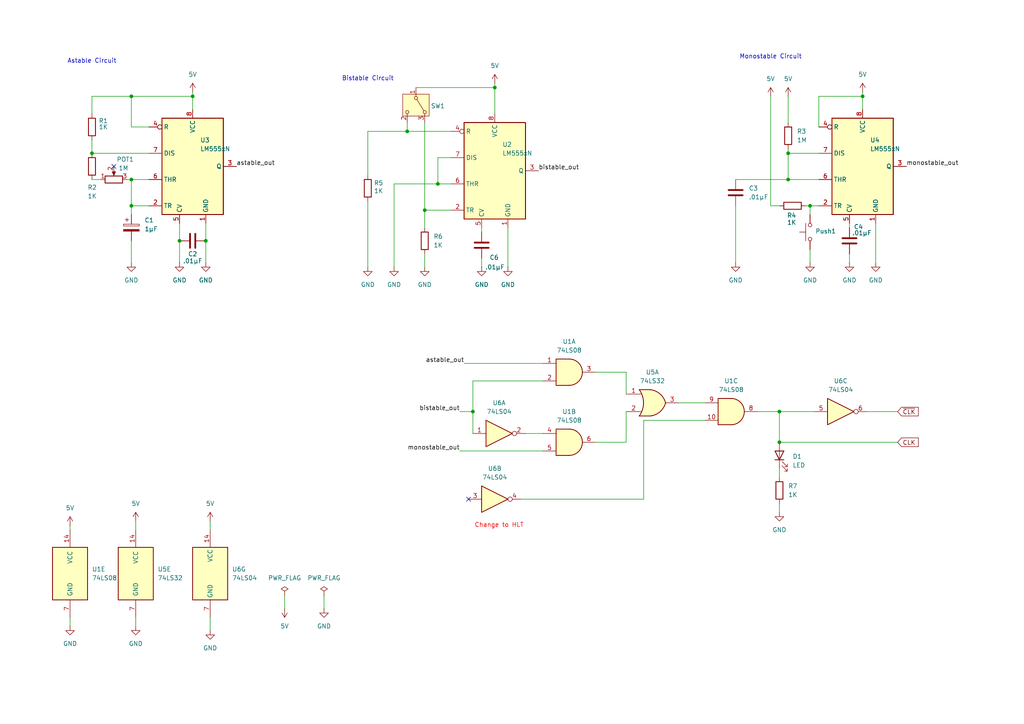
<source format=kicad_sch>
(kicad_sch (version 20231120) (generator "eeschema") (generator_version "8.0")
  (paper "A4")
  (lib_symbols
    (symbol "74xx:74LS04"
      (property "Reference" "U" (at 0 1.27 0))
      (property "Value" "74LS04" (at 0 -1.27 0))
      (symbol "74LS04_1_0"
        (polyline (pts (xy -3.81 3.81) (xy -3.81 -3.81) (xy 3.81 0) (xy -3.81 3.81)) (stroke (width 0.254)) (fill (type background)))
        (pin input line (at -7.62 0 0) (length 3.81) (name "~") (number "1"))
        (pin output inverted (at 7.62 0 180) (length 3.81) (name "~") (number "2"))
      )
      (symbol "74LS04_2_0"
        (polyline (pts (xy -3.81 3.81) (xy -3.81 -3.81) (xy 3.81 0) (xy -3.81 3.81)) (stroke (width 0.254)) (fill (type background)))
        (pin input line (at -7.62 0 0) (length 3.81) (name "~") (number "3"))
        (pin output inverted (at 7.62 0 180) (length 3.81) (name "~") (number "4"))
      )
      (symbol "74LS04_3_0"
        (polyline (pts (xy -3.81 3.81) (xy -3.81 -3.81) (xy 3.81 0) (xy -3.81 3.81)) (stroke (width 0.254)) (fill (type background)))
        (pin input line (at -7.62 0 0) (length 3.81) (name "~") (number "5"))
        (pin output inverted (at 7.62 0 180) (length 3.81) (name "~") (number "6"))
      )
      (symbol "74LS04_4_0"
        (polyline (pts (xy -3.81 3.81) (xy -3.81 -3.81) (xy 3.81 0) (xy -3.81 3.81)) (stroke (width 0.254)) (fill (type background)))
        (pin output inverted (at 7.62 0 180) (length 3.81) (name "~") (number "8"))
        (pin input line (at -7.62 0 0) (length 3.81) (name "~") (number "9"))
      )
      (symbol "74LS04_5_0"
        (polyline (pts (xy -3.81 3.81) (xy -3.81 -3.81) (xy 3.81 0) (xy -3.81 3.81)) (stroke (width 0.254)) (fill (type background)))
        (pin output inverted (at 7.62 0 180) (length 3.81) (name "~") (number "10"))
        (pin input line (at -7.62 0 0) (length 3.81) (name "~") (number "11"))
      )
      (symbol "74LS04_6_0"
        (polyline (pts (xy -3.81 3.81) (xy -3.81 -3.81) (xy 3.81 0) (xy -3.81 3.81)) (stroke (width 0.254)) (fill (type background)))
        (pin output inverted (at 7.62 0 180) (length 3.81) (name "~") (number "12"))
        (pin input line (at -7.62 0 0) (length 3.81) (name "~") (number "13"))
      )
      (symbol "74LS04_7_0"
        (pin power_in line (at 0 12.7 270) (length 5.08) (name "VCC") (number "14"))
        (pin power_in line (at 0 -12.7 90) (length 5.08) (name "GND") (number "7"))
      )
      (symbol "74LS04_7_1"
        (rectangle (start -5.08 7.62) (end 5.08 -7.62) (stroke (width 0.254)) (fill (type background)))
      )
    )
    (symbol "74xx:74LS08" (pin_names (offset 1.016))
      (property "Reference" "U" (at 0 1.27 0))
      (property "Value" "74LS08" (at 0 -1.27 0))
      (symbol "74LS08_1_1"
        (arc (start 0 -3.81) (mid 3.7934 0) (end 0 3.81) (stroke (width 0.254)) (fill (type background)))
        (polyline (pts (xy 0 3.81) (xy -3.81 3.81) (xy -3.81 -3.81) (xy 0 -3.81)) (stroke (width 0.254)) (fill (type background)))
        (pin input line (at -7.62 2.54 0) (length 3.81) (name "~") (number "1"))
        (pin input line (at -7.62 -2.54 0) (length 3.81) (name "~") (number "2"))
        (pin output line (at 7.62 0 180) (length 3.81) (name "~") (number "3"))
      )
      (symbol "74LS08_1_2"
        (arc (start -3.81 -3.81) (mid -2.589 0) (end -3.81 3.81) (stroke (width 0.254)))
        (arc (start -0.6096 -3.81) (mid 2.1842 -2.5851) (end 3.81 0) (stroke (width 0.254)) (fill (type background)))
        (polyline (pts (xy -3.81 -3.81) (xy -0.635 -3.81)) (stroke (width 0.254)) (fill (type background)))
        (polyline (pts (xy -3.81 3.81) (xy -0.635 3.81)) (stroke (width 0.254)) (fill (type background)))
        (polyline (pts (xy -0.635 3.81) (xy -3.81 3.81) (xy -3.81 3.81) (xy -3.556 3.4036) (xy -3.0226 2.2606) (xy -2.6924 1.0414) (xy -2.6162 -0.254) (xy -2.7686 -1.4986) (xy -3.175 -2.7178) (xy -3.81 -3.81) (xy -3.81 -3.81) (xy -0.635 -3.81)) (stroke (width -25.4)) (fill (type background)))
        (arc (start 3.81 0) (mid 2.1915 2.5936) (end -0.6096 3.81) (stroke (width 0.254)) (fill (type background)))
        (pin input inverted (at -7.62 2.54 0) (length 4.318) (name "~") (number "1"))
        (pin input inverted (at -7.62 -2.54 0) (length 4.318) (name "~") (number "2"))
        (pin output inverted (at 7.62 0 180) (length 3.81) (name "~") (number "3"))
      )
      (symbol "74LS08_2_1"
        (arc (start 0 -3.81) (mid 3.7934 0) (end 0 3.81) (stroke (width 0.254)) (fill (type background)))
        (polyline (pts (xy 0 3.81) (xy -3.81 3.81) (xy -3.81 -3.81) (xy 0 -3.81)) (stroke (width 0.254)) (fill (type background)))
        (pin input line (at -7.62 2.54 0) (length 3.81) (name "~") (number "4"))
        (pin input line (at -7.62 -2.54 0) (length 3.81) (name "~") (number "5"))
        (pin output line (at 7.62 0 180) (length 3.81) (name "~") (number "6"))
      )
      (symbol "74LS08_2_2"
        (arc (start -3.81 -3.81) (mid -2.589 0) (end -3.81 3.81) (stroke (width 0.254)))
        (arc (start -0.6096 -3.81) (mid 2.1842 -2.5851) (end 3.81 0) (stroke (width 0.254)) (fill (type background)))
        (polyline (pts (xy -3.81 -3.81) (xy -0.635 -3.81)) (stroke (width 0.254)) (fill (type background)))
        (polyline (pts (xy -3.81 3.81) (xy -0.635 3.81)) (stroke (width 0.254)) (fill (type background)))
        (polyline (pts (xy -0.635 3.81) (xy -3.81 3.81) (xy -3.81 3.81) (xy -3.556 3.4036) (xy -3.0226 2.2606) (xy -2.6924 1.0414) (xy -2.6162 -0.254) (xy -2.7686 -1.4986) (xy -3.175 -2.7178) (xy -3.81 -3.81) (xy -3.81 -3.81) (xy -0.635 -3.81)) (stroke (width -25.4)) (fill (type background)))
        (arc (start 3.81 0) (mid 2.1915 2.5936) (end -0.6096 3.81) (stroke (width 0.254)) (fill (type background)))
        (pin input inverted (at -7.62 2.54 0) (length 4.318) (name "~") (number "4"))
        (pin input inverted (at -7.62 -2.54 0) (length 4.318) (name "~") (number "5"))
        (pin output inverted (at 7.62 0 180) (length 3.81) (name "~") (number "6"))
      )
      (symbol "74LS08_3_1"
        (arc (start 0 -3.81) (mid 3.7934 0) (end 0 3.81) (stroke (width 0.254)) (fill (type background)))
        (polyline (pts (xy 0 3.81) (xy -3.81 3.81) (xy -3.81 -3.81) (xy 0 -3.81)) (stroke (width 0.254)) (fill (type background)))
        (pin input line (at -7.62 -2.54 0) (length 3.81) (name "~") (number "10"))
        (pin output line (at 7.62 0 180) (length 3.81) (name "~") (number "8"))
        (pin input line (at -7.62 2.54 0) (length 3.81) (name "~") (number "9"))
      )
      (symbol "74LS08_3_2"
        (arc (start -3.81 -3.81) (mid -2.589 0) (end -3.81 3.81) (stroke (width 0.254)))
        (arc (start -0.6096 -3.81) (mid 2.1842 -2.5851) (end 3.81 0) (stroke (width 0.254)) (fill (type background)))
        (polyline (pts (xy -3.81 -3.81) (xy -0.635 -3.81)) (stroke (width 0.254)) (fill (type background)))
        (polyline (pts (xy -3.81 3.81) (xy -0.635 3.81)) (stroke (width 0.254)) (fill (type background)))
        (polyline (pts (xy -0.635 3.81) (xy -3.81 3.81) (xy -3.81 3.81) (xy -3.556 3.4036) (xy -3.0226 2.2606) (xy -2.6924 1.0414) (xy -2.6162 -0.254) (xy -2.7686 -1.4986) (xy -3.175 -2.7178) (xy -3.81 -3.81) (xy -3.81 -3.81) (xy -0.635 -3.81)) (stroke (width -25.4)) (fill (type background)))
        (arc (start 3.81 0) (mid 2.1915 2.5936) (end -0.6096 3.81) (stroke (width 0.254)) (fill (type background)))
        (pin input inverted (at -7.62 -2.54 0) (length 4.318) (name "~") (number "10"))
        (pin output inverted (at 7.62 0 180) (length 3.81) (name "~") (number "8"))
        (pin input inverted (at -7.62 2.54 0) (length 4.318) (name "~") (number "9"))
      )
      (symbol "74LS08_4_1"
        (arc (start 0 -3.81) (mid 3.7934 0) (end 0 3.81) (stroke (width 0.254)) (fill (type background)))
        (polyline (pts (xy 0 3.81) (xy -3.81 3.81) (xy -3.81 -3.81) (xy 0 -3.81)) (stroke (width 0.254)) (fill (type background)))
        (pin output line (at 7.62 0 180) (length 3.81) (name "~") (number "11"))
        (pin input line (at -7.62 2.54 0) (length 3.81) (name "~") (number "12"))
        (pin input line (at -7.62 -2.54 0) (length 3.81) (name "~") (number "13"))
      )
      (symbol "74LS08_4_2"
        (arc (start -3.81 -3.81) (mid -2.589 0) (end -3.81 3.81) (stroke (width 0.254)))
        (arc (start -0.6096 -3.81) (mid 2.1842 -2.5851) (end 3.81 0) (stroke (width 0.254)) (fill (type background)))
        (polyline (pts (xy -3.81 -3.81) (xy -0.635 -3.81)) (stroke (width 0.254)) (fill (type background)))
        (polyline (pts (xy -3.81 3.81) (xy -0.635 3.81)) (stroke (width 0.254)) (fill (type background)))
        (polyline (pts (xy -0.635 3.81) (xy -3.81 3.81) (xy -3.81 3.81) (xy -3.556 3.4036) (xy -3.0226 2.2606) (xy -2.6924 1.0414) (xy -2.6162 -0.254) (xy -2.7686 -1.4986) (xy -3.175 -2.7178) (xy -3.81 -3.81) (xy -3.81 -3.81) (xy -0.635 -3.81)) (stroke (width -25.4)) (fill (type background)))
        (arc (start 3.81 0) (mid 2.1915 2.5936) (end -0.6096 3.81) (stroke (width 0.254)) (fill (type background)))
        (pin output inverted (at 7.62 0 180) (length 3.81) (name "~") (number "11"))
        (pin input inverted (at -7.62 2.54 0) (length 4.318) (name "~") (number "12"))
        (pin input inverted (at -7.62 -2.54 0) (length 4.318) (name "~") (number "13"))
      )
      (symbol "74LS08_5_0"
        (pin power_in line (at 0 12.7 270) (length 5.08) (name "VCC") (number "14"))
        (pin power_in line (at 0 -12.7 90) (length 5.08) (name "GND") (number "7"))
      )
      (symbol "74LS08_5_1"
        (rectangle (start -5.08 7.62) (end 5.08 -7.62) (stroke (width 0.254)) (fill (type background)))
      )
    )
    (symbol "74xx:74LS32" (pin_names (offset 1.016))
      (property "Reference" "U" (at 0 1.27 0))
      (property "Value" "74LS32" (at 0 -1.27 0))
      (symbol "74LS32_1_1"
        (arc (start -3.81 -3.81) (mid -2.589 0) (end -3.81 3.81) (stroke (width 0.254)))
        (arc (start -0.6096 -3.81) (mid 2.1842 -2.5851) (end 3.81 0) (stroke (width 0.254)) (fill (type background)))
        (polyline (pts (xy -3.81 -3.81) (xy -0.635 -3.81)) (stroke (width 0.254)) (fill (type background)))
        (polyline (pts (xy -3.81 3.81) (xy -0.635 3.81)) (stroke (width 0.254)) (fill (type background)))
        (polyline (pts (xy -0.635 3.81) (xy -3.81 3.81) (xy -3.81 3.81) (xy -3.556 3.4036) (xy -3.0226 2.2606) (xy -2.6924 1.0414) (xy -2.6162 -0.254) (xy -2.7686 -1.4986) (xy -3.175 -2.7178) (xy -3.81 -3.81) (xy -3.81 -3.81) (xy -0.635 -3.81)) (stroke (width -25.4)) (fill (type background)))
        (arc (start 3.81 0) (mid 2.1915 2.5936) (end -0.6096 3.81) (stroke (width 0.254)) (fill (type background)))
        (pin input line (at -7.62 2.54 0) (length 4.318) (name "~") (number "1"))
        (pin input line (at -7.62 -2.54 0) (length 4.318) (name "~") (number "2"))
        (pin output line (at 7.62 0 180) (length 3.81) (name "~") (number "3"))
      )
      (symbol "74LS32_1_2"
        (arc (start 0 -3.81) (mid 3.7934 0) (end 0 3.81) (stroke (width 0.254)) (fill (type background)))
        (polyline (pts (xy 0 3.81) (xy -3.81 3.81) (xy -3.81 -3.81) (xy 0 -3.81)) (stroke (width 0.254)) (fill (type background)))
        (pin input inverted (at -7.62 2.54 0) (length 3.81) (name "~") (number "1"))
        (pin input inverted (at -7.62 -2.54 0) (length 3.81) (name "~") (number "2"))
        (pin output inverted (at 7.62 0 180) (length 3.81) (name "~") (number "3"))
      )
      (symbol "74LS32_2_1"
        (arc (start -3.81 -3.81) (mid -2.589 0) (end -3.81 3.81) (stroke (width 0.254)))
        (arc (start -0.6096 -3.81) (mid 2.1842 -2.5851) (end 3.81 0) (stroke (width 0.254)) (fill (type background)))
        (polyline (pts (xy -3.81 -3.81) (xy -0.635 -3.81)) (stroke (width 0.254)) (fill (type background)))
        (polyline (pts (xy -3.81 3.81) (xy -0.635 3.81)) (stroke (width 0.254)) (fill (type background)))
        (polyline (pts (xy -0.635 3.81) (xy -3.81 3.81) (xy -3.81 3.81) (xy -3.556 3.4036) (xy -3.0226 2.2606) (xy -2.6924 1.0414) (xy -2.6162 -0.254) (xy -2.7686 -1.4986) (xy -3.175 -2.7178) (xy -3.81 -3.81) (xy -3.81 -3.81) (xy -0.635 -3.81)) (stroke (width -25.4)) (fill (type background)))
        (arc (start 3.81 0) (mid 2.1915 2.5936) (end -0.6096 3.81) (stroke (width 0.254)) (fill (type background)))
        (pin input line (at -7.62 2.54 0) (length 4.318) (name "~") (number "4"))
        (pin input line (at -7.62 -2.54 0) (length 4.318) (name "~") (number "5"))
        (pin output line (at 7.62 0 180) (length 3.81) (name "~") (number "6"))
      )
      (symbol "74LS32_2_2"
        (arc (start 0 -3.81) (mid 3.7934 0) (end 0 3.81) (stroke (width 0.254)) (fill (type background)))
        (polyline (pts (xy 0 3.81) (xy -3.81 3.81) (xy -3.81 -3.81) (xy 0 -3.81)) (stroke (width 0.254)) (fill (type background)))
        (pin input inverted (at -7.62 2.54 0) (length 3.81) (name "~") (number "4"))
        (pin input inverted (at -7.62 -2.54 0) (length 3.81) (name "~") (number "5"))
        (pin output inverted (at 7.62 0 180) (length 3.81) (name "~") (number "6"))
      )
      (symbol "74LS32_3_1"
        (arc (start -3.81 -3.81) (mid -2.589 0) (end -3.81 3.81) (stroke (width 0.254)))
        (arc (start -0.6096 -3.81) (mid 2.1842 -2.5851) (end 3.81 0) (stroke (width 0.254)) (fill (type background)))
        (polyline (pts (xy -3.81 -3.81) (xy -0.635 -3.81)) (stroke (width 0.254)) (fill (type background)))
        (polyline (pts (xy -3.81 3.81) (xy -0.635 3.81)) (stroke (width 0.254)) (fill (type background)))
        (polyline (pts (xy -0.635 3.81) (xy -3.81 3.81) (xy -3.81 3.81) (xy -3.556 3.4036) (xy -3.0226 2.2606) (xy -2.6924 1.0414) (xy -2.6162 -0.254) (xy -2.7686 -1.4986) (xy -3.175 -2.7178) (xy -3.81 -3.81) (xy -3.81 -3.81) (xy -0.635 -3.81)) (stroke (width -25.4)) (fill (type background)))
        (arc (start 3.81 0) (mid 2.1915 2.5936) (end -0.6096 3.81) (stroke (width 0.254)) (fill (type background)))
        (pin input line (at -7.62 -2.54 0) (length 4.318) (name "~") (number "10"))
        (pin output line (at 7.62 0 180) (length 3.81) (name "~") (number "8"))
        (pin input line (at -7.62 2.54 0) (length 4.318) (name "~") (number "9"))
      )
      (symbol "74LS32_3_2"
        (arc (start 0 -3.81) (mid 3.7934 0) (end 0 3.81) (stroke (width 0.254)) (fill (type background)))
        (polyline (pts (xy 0 3.81) (xy -3.81 3.81) (xy -3.81 -3.81) (xy 0 -3.81)) (stroke (width 0.254)) (fill (type background)))
        (pin input inverted (at -7.62 -2.54 0) (length 3.81) (name "~") (number "10"))
        (pin output inverted (at 7.62 0 180) (length 3.81) (name "~") (number "8"))
        (pin input inverted (at -7.62 2.54 0) (length 3.81) (name "~") (number "9"))
      )
      (symbol "74LS32_4_1"
        (arc (start -3.81 -3.81) (mid -2.589 0) (end -3.81 3.81) (stroke (width 0.254)))
        (arc (start -0.6096 -3.81) (mid 2.1842 -2.5851) (end 3.81 0) (stroke (width 0.254)) (fill (type background)))
        (polyline (pts (xy -3.81 -3.81) (xy -0.635 -3.81)) (stroke (width 0.254)) (fill (type background)))
        (polyline (pts (xy -3.81 3.81) (xy -0.635 3.81)) (stroke (width 0.254)) (fill (type background)))
        (polyline (pts (xy -0.635 3.81) (xy -3.81 3.81) (xy -3.81 3.81) (xy -3.556 3.4036) (xy -3.0226 2.2606) (xy -2.6924 1.0414) (xy -2.6162 -0.254) (xy -2.7686 -1.4986) (xy -3.175 -2.7178) (xy -3.81 -3.81) (xy -3.81 -3.81) (xy -0.635 -3.81)) (stroke (width -25.4)) (fill (type background)))
        (arc (start 3.81 0) (mid 2.1915 2.5936) (end -0.6096 3.81) (stroke (width 0.254)) (fill (type background)))
        (pin output line (at 7.62 0 180) (length 3.81) (name "~") (number "11"))
        (pin input line (at -7.62 2.54 0) (length 4.318) (name "~") (number "12"))
        (pin input line (at -7.62 -2.54 0) (length 4.318) (name "~") (number "13"))
      )
      (symbol "74LS32_4_2"
        (arc (start 0 -3.81) (mid 3.7934 0) (end 0 3.81) (stroke (width 0.254)) (fill (type background)))
        (polyline (pts (xy 0 3.81) (xy -3.81 3.81) (xy -3.81 -3.81) (xy 0 -3.81)) (stroke (width 0.254)) (fill (type background)))
        (pin output inverted (at 7.62 0 180) (length 3.81) (name "~") (number "11"))
        (pin input inverted (at -7.62 2.54 0) (length 3.81) (name "~") (number "12"))
        (pin input inverted (at -7.62 -2.54 0) (length 3.81) (name "~") (number "13"))
      )
      (symbol "74LS32_5_0"
        (pin power_in line (at 0 12.7 270) (length 5.08) (name "VCC") (number "14"))
        (pin power_in line (at 0 -12.7 90) (length 5.08) (name "GND") (number "7"))
      )
      (symbol "74LS32_5_1"
        (rectangle (start -5.08 7.62) (end 5.08 -7.62) (stroke (width 0.254)) (fill (type background)))
      )
    )
    (symbol "Device:C" (pin_numbers hide) (pin_names (offset 0.254))
      (property "Reference" "C" (at 0.635 2.54 0))
      (property "Value" "C" (at 0.635 -2.54 0))
      (symbol "C_0_1"
        (polyline (pts (xy -2.032 -0.762) (xy 2.032 -0.762)) (stroke (width 0.508)))
        (polyline (pts (xy -2.032 0.762) (xy 2.032 0.762)) (stroke (width 0.508)))
      )
      (symbol "C_1_1"
        (pin passive line (at 0 3.81 270) (length 2.794) (name "~") (number "1"))
        (pin passive line (at 0 -3.81 90) (length 2.794) (name "~") (number "2"))
      )
    )
    (symbol "Device:C_Polarized" (pin_numbers hide) (pin_names (offset 0.254))
      (property "Reference" "C" (at 0.635 2.54 0))
      (property "Value" "C_Polarized" (at 0.635 -2.54 0))
      (symbol "C_Polarized_0_1"
        (rectangle (start -2.286 0.508) (end 2.286 1.016))
        (polyline (pts (xy -1.778 2.286) (xy -0.762 2.286)))
        (polyline (pts (xy -1.27 2.794) (xy -1.27 1.778)))
        (rectangle (start 2.286 -0.508) (end -2.286 -1.016) (fill (type outline)))
      )
      (symbol "C_Polarized_1_1"
        (pin passive line (at 0 3.81 270) (length 2.794) (name "~") (number "1"))
        (pin passive line (at 0 -3.81 90) (length 2.794) (name "~") (number "2"))
      )
    )
    (symbol "Device:LED" (pin_numbers hide) (pin_names (offset 1.016) hide)
      (property "Reference" "D" (at 0 2.54 0))
      (property "Value" "LED" (at 0 -2.54 0))
      (symbol "LED_0_1"
        (polyline (pts (xy -1.27 -1.27) (xy -1.27 1.27)) (stroke (width 0.254)))
        (polyline (pts (xy -1.27 0) (xy 1.27 0)))
        (polyline (pts (xy 1.27 -1.27) (xy 1.27 1.27) (xy -1.27 0) (xy 1.27 -1.27)) (stroke (width 0.254)))
        (polyline (pts (xy -3.048 -0.762) (xy -4.572 -2.286) (xy -3.81 -2.286) (xy -4.572 -2.286) (xy -4.572 -1.524)))
        (polyline (pts (xy -1.778 -0.762) (xy -3.302 -2.286) (xy -2.54 -2.286) (xy -3.302 -2.286) (xy -3.302 -1.524)))
      )
      (symbol "LED_1_1"
        (pin passive line (at -3.81 0 0) (length 2.54) (name "K") (number "1"))
        (pin passive line (at 3.81 0 180) (length 2.54) (name "A") (number "2"))
      )
    )
    (symbol "Device:R" (pin_numbers hide) (pin_names (offset 0))
      (property "Reference" "R" (at 2.032 0 90))
      (property "Value" "R" (at 0 0 90))
      (symbol "R_0_1"
        (rectangle (start -1.016 -2.54) (end 1.016 2.54) (stroke (width 0.254)))
      )
      (symbol "R_1_1"
        (pin passive line (at 0 3.81 270) (length 1.27) (name "~") (number "1"))
        (pin passive line (at 0 -3.81 90) (length 1.27) (name "~") (number "2"))
      )
    )
    (symbol "Device:R_Potentiometer" (pin_names (offset 1.016) hide)
      (property "Reference" "RV" (at -4.445 0 90))
      (property "Value" "R_Potentiometer" (at -2.54 0 90))
      (symbol "R_Potentiometer_0_1"
        (polyline (pts (xy 2.54 0) (xy 1.524 0)))
        (polyline (pts (xy 1.143 0) (xy 2.286 0.508) (xy 2.286 -0.508) (xy 1.143 0)) (fill (type outline)))
        (rectangle (start 1.016 2.54) (end -1.016 -2.54) (stroke (width 0.254)))
      )
      (symbol "R_Potentiometer_1_1"
        (pin passive line (at 0 3.81 270) (length 1.27) (name "1") (number "1"))
        (pin passive line (at 3.81 0 180) (length 1.27) (name "2") (number "2"))
        (pin passive line (at 0 -3.81 90) (length 1.27) (name "3") (number "3"))
      )
    )
    (symbol "LM555xN_1"
      (property "Reference" "U3" (at 2.1941 12.7 0))
      (property "Value" "LM555xN" (at 2.1941 10.16 0))
      (symbol "LM555xN_1_0_0"
        (pin power_in line (at 3.81 -11.43 90) (length 2.54) (name "GND") (number "1"))
        (pin power_in line (at 0 21.59 270) (length 2.54) (name "VCC") (number "8"))
      )
      (symbol "LM555xN_1_0_1"
        (rectangle (start -8.89 19.05) (end 8.89 -8.89) (stroke (width 0.254)) (fill (type background)))
        (rectangle (start -8.89 19.05) (end 8.89 -8.89) (stroke (width 0.254)) (fill (type background)))
      )
      (symbol "LM555xN_1_1_1"
        (pin input line (at -12.7 -6.35 0) (length 3.81) (name "TR") (number "2"))
        (pin output line (at 12.7 5.08 180) (length 3.81) (name "Q") (number "3"))
        (pin input inverted (at -12.7 16.51 0) (length 3.81) (name "R") (number "4"))
        (pin input line (at -3.81 -11.43 90) (length 2.54) (name "CV") (number "5"))
        (pin input line (at -12.7 1.27 0) (length 3.81) (name "THR") (number "6"))
        (pin input line (at -12.7 8.89 0) (length 3.81) (name "DIS") (number "7"))
      )
    )
    (symbol "Switch:SW_Push" (pin_numbers hide) (pin_names (offset 1.016) hide)
      (property "Reference" "SW" (at 1.27 2.54 0))
      (property "Value" "SW_Push" (at 0 -1.524 0))
      (symbol "SW_Push_0_1"
        (circle (center -2.032 0) (radius 0.508))
        (polyline (pts (xy 0 1.27) (xy 0 3.048)))
        (polyline (pts (xy 2.54 1.27) (xy -2.54 1.27)))
        (circle (center 2.032 0) (radius 0.508))
        (pin passive line (at -5.08 0 0) (length 2.54) (name "1") (number "1"))
        (pin passive line (at 5.08 0 180) (length 2.54) (name "2") (number "2"))
      )
    )
    (symbol "Switch:SW_Wuerth_450301014042" (pin_names (offset 1) hide)
      (property "Reference" "SW" (at 0 5.08 0))
      (property "Value" "SW_Wuerth_450301014042" (at 0 -5.08 0))
      (symbol "SW_Wuerth_450301014042_0_1"
        (circle (center -2.032 0) (radius 0.4572))
        (polyline (pts (xy -1.651 0.254) (xy 1.651 2.286)))
        (circle (center 2.032 -2.54) (radius 0.4572))
        (circle (center 2.032 2.54) (radius 0.4572))
      )
      (symbol "SW_Wuerth_450301014042_1_1"
        (rectangle (start -3.175 3.81) (end 3.175 -3.81) (fill (type background)))
        (pin passive line (at -5.08 0 0) (length 2.54) (name "B") (number "1"))
        (pin passive line (at 5.08 -2.54 180) (length 2.54) (name "C") (number "2"))
        (pin passive line (at 5.08 2.54 180) (length 2.54) (name "A") (number "3"))
      )
    )
    (symbol "power:GND" (power) (pin_numbers hide) (pin_names (offset 0) hide)
      (property "Value" "GND" (at 0 -3.81 0))
      (symbol "GND_0_1"
        (polyline (pts (xy 0 0) (xy 0 -1.27) (xy 1.27 -1.27) (xy 0 -2.54) (xy -1.27 -1.27) (xy 0 -1.27)))
      )
      (symbol "GND_1_1"
        (pin power_in line (at 0 0 270) (length 0) (name "~") (number "1"))
      )
    )
    (symbol "power:PWR_FLAG" (power) (pin_numbers hide) (pin_names (offset 0) hide)
      (property "Value" "PWR_FLAG" (at 0 3.81 0))
      (symbol "PWR_FLAG_0_0"
        (pin power_out line (at 0 0 90) (length 0) (name "~") (number "1"))
      )
      (symbol "PWR_FLAG_0_1"
        (polyline (pts (xy 0 0) (xy 0 1.27) (xy -1.016 1.905) (xy 0 2.54) (xy 1.016 1.905) (xy 0 1.27)))
      )
    )
    (symbol "power:VCC" (power) (pin_numbers hide) (pin_names (offset 0) hide)
      (property "Value" "VCC" (at 0 3.556 0))
      (symbol "VCC_0_1"
        (polyline (pts (xy -0.762 1.27) (xy 0 2.54)))
        (polyline (pts (xy 0 0) (xy 0 2.54)))
        (polyline (pts (xy 0 2.54) (xy 0.762 1.27)))
      )
      (symbol "VCC_1_1"
        (pin power_in line (at 0 0 90) (length 0) (name "~") (number "1"))
      )
    )
  )
  (junction (at 38.1 27.94))
  (junction (at 118.11 38.1))
  (junction (at 250.19 27.94))
  (junction (at 137.16 119.38))
  (junction (at 228.6 44.45))
  (junction (at 52.07 69.85))
  (junction (at 226.06 128.27))
  (junction (at 38.1 52.07))
  (junction (at 123.19 60.96))
  (junction (at 59.69 69.85))
  (junction (at 143.51 25.4))
  (junction (at 127 53.34))
  (junction (at 226.06 119.38))
  (junction (at 234.95 59.69))
  (junction (at 228.6 52.07))
  (junction (at 38.1 59.69))
  (junction (at 55.88 27.94))
  (junction (at 26.67 44.45))
  (no_connect (at 135.89 144.78))
  (no_connect (at 33.02 48.26))
  (wire (pts (xy 237.49 36.83) (xy 237.49 27.94)))
  (wire (pts (xy 237.49 52.07) (xy 228.6 52.07)))
  (wire (pts (xy 143.51 25.4) (xy 143.51 33.02)))
  (wire (pts (xy 130.81 53.34) (xy 127 53.34)))
  (wire (pts (xy 38.1 52.07) (xy 43.18 52.07)))
  (wire (pts (xy 26.67 27.94) (xy 38.1 27.94)))
  (wire (pts (xy 26.67 52.07) (xy 29.21 52.07)))
  (wire (pts (xy 223.52 27.94) (xy 223.52 59.69)))
  (wire (pts (xy 118.11 35.56) (xy 118.11 38.1)))
  (wire (pts (xy 250.19 27.94) (xy 250.19 31.75)))
  (wire (pts (xy 52.07 69.85) (xy 52.07 76.2)))
  (wire (pts (xy 20.32 152.4) (xy 20.32 153.67)))
  (wire (pts (xy 181.61 119.38) (xy 181.61 128.27)))
  (wire (pts (xy 254 64.77) (xy 254 76.2)))
  (wire (pts (xy 130.81 45.72) (xy 127 45.72)))
  (wire (pts (xy 20.32 179.07) (xy 20.32 181.61)))
  (wire (pts (xy 251.46 119.38) (xy 260.35 119.38)))
  (wire (pts (xy 60.96 179.07) (xy 60.96 182.88)))
  (wire (pts (xy 38.1 36.83) (xy 38.1 27.94)))
  (wire (pts (xy 60.96 151.13) (xy 60.96 153.67)))
  (wire (pts (xy 123.19 60.96) (xy 130.81 60.96)))
  (wire (pts (xy 120.65 25.4) (xy 143.51 25.4)))
  (wire (pts (xy 172.72 128.27) (xy 181.61 128.27)))
  (wire (pts (xy 106.68 58.42) (xy 106.68 77.47)))
  (wire (pts (xy 118.11 38.1) (xy 130.81 38.1)))
  (wire (pts (xy 186.69 121.92) (xy 186.69 144.78)))
  (wire (pts (xy 196.85 116.84) (xy 204.47 116.84)))
  (wire (pts (xy 219.71 119.38) (xy 226.06 119.38)))
  (wire (pts (xy 123.19 35.56) (xy 123.19 60.96)))
  (wire (pts (xy 38.1 27.94) (xy 55.88 27.94)))
  (wire (pts (xy 213.36 59.69) (xy 213.36 76.2)))
  (wire (pts (xy 226.06 128.27) (xy 260.35 128.27)))
  (wire (pts (xy 246.38 73.66) (xy 246.38 76.2)))
  (wire (pts (xy 152.4 125.73) (xy 157.48 125.73)))
  (wire (pts (xy 26.67 27.94) (xy 26.67 33.02)))
  (wire (pts (xy 143.51 24.13) (xy 143.51 25.4)))
  (wire (pts (xy 82.55 176.53) (xy 82.55 172.72)))
  (wire (pts (xy 250.19 26.67) (xy 250.19 27.94)))
  (wire (pts (xy 127 45.72) (xy 127 53.34)))
  (wire (pts (xy 26.67 44.45) (xy 43.18 44.45)))
  (wire (pts (xy 226.06 146.05) (xy 226.06 148.59)))
  (wire (pts (xy 38.1 59.69) (xy 43.18 59.69)))
  (wire (pts (xy 226.06 135.89) (xy 226.06 138.43)))
  (wire (pts (xy 226.06 119.38) (xy 236.22 119.38)))
  (wire (pts (xy 228.6 27.94) (xy 228.6 35.56)))
  (wire (pts (xy 43.18 36.83) (xy 38.1 36.83)))
  (wire (pts (xy 106.68 38.1) (xy 118.11 38.1)))
  (wire (pts (xy 228.6 44.45) (xy 228.6 52.07)))
  (wire (pts (xy 133.35 130.81) (xy 157.48 130.81)))
  (wire (pts (xy 59.69 69.85) (xy 59.69 76.2)))
  (wire (pts (xy 237.49 27.94) (xy 250.19 27.94)))
  (wire (pts (xy 36.83 52.07) (xy 38.1 52.07)))
  (wire (pts (xy 234.95 72.39) (xy 234.95 76.2)))
  (wire (pts (xy 147.32 66.04) (xy 147.32 77.47)))
  (wire (pts (xy 228.6 44.45) (xy 228.6 43.18)))
  (wire (pts (xy 39.37 179.07) (xy 39.37 181.61)))
  (wire (pts (xy 123.19 73.66) (xy 123.19 77.47)))
  (wire (pts (xy 246.38 64.77) (xy 246.38 66.04)))
  (wire (pts (xy 52.07 64.77) (xy 52.07 69.85)))
  (wire (pts (xy 55.88 27.94) (xy 55.88 31.75)))
  (wire (pts (xy 181.61 107.95) (xy 181.61 114.3)))
  (wire (pts (xy 114.3 53.34) (xy 114.3 77.47)))
  (wire (pts (xy 139.7 66.04) (xy 139.7 67.31)))
  (wire (pts (xy 38.1 59.69) (xy 38.1 62.23)))
  (wire (pts (xy 55.88 26.67) (xy 55.88 27.94)))
  (wire (pts (xy 127 53.34) (xy 114.3 53.34)))
  (wire (pts (xy 223.52 59.69) (xy 226.06 59.69)))
  (wire (pts (xy 233.68 59.69) (xy 234.95 59.69)))
  (wire (pts (xy 123.19 66.04) (xy 123.19 60.96)))
  (wire (pts (xy 93.98 172.72) (xy 93.98 176.53)))
  (wire (pts (xy 234.95 59.69) (xy 237.49 59.69)))
  (wire (pts (xy 106.68 38.1) (xy 106.68 50.8)))
  (wire (pts (xy 226.06 119.38) (xy 226.06 128.27)))
  (wire (pts (xy 38.1 69.85) (xy 38.1 76.2)))
  (wire (pts (xy 186.69 121.92) (xy 204.47 121.92)))
  (wire (pts (xy 137.16 119.38) (xy 137.16 125.73)))
  (wire (pts (xy 151.13 144.78) (xy 186.69 144.78)))
  (wire (pts (xy 234.95 59.69) (xy 234.95 62.23)))
  (wire (pts (xy 237.49 44.45) (xy 228.6 44.45)))
  (wire (pts (xy 157.48 110.49) (xy 137.16 110.49)))
  (wire (pts (xy 133.35 119.38) (xy 137.16 119.38)))
  (wire (pts (xy 134.62 105.41) (xy 157.48 105.41)))
  (wire (pts (xy 26.67 40.64) (xy 26.67 44.45)))
  (wire (pts (xy 139.7 74.93) (xy 139.7 77.47)))
  (wire (pts (xy 137.16 110.49) (xy 137.16 119.38)))
  (wire (pts (xy 172.72 107.95) (xy 181.61 107.95)))
  (wire (pts (xy 59.69 64.77) (xy 59.69 69.85)))
  (wire (pts (xy 228.6 52.07) (xy 213.36 52.07)))
  (wire (pts (xy 39.37 153.67) (xy 39.37 151.13)))
  (wire (pts (xy 38.1 52.07) (xy 38.1 59.69)))
  (text "Change to HLT" (at 144.78 152.4 0) (effects (font (size 1.27 1.27))))
  (text "Monostable Circuit" (at 223.52 16.51 0) (effects (font (size 1.27 1.27))))
  (text "Bistable Circuit\n" (at 106.68 22.86 0) (effects (font (size 1.27 1.27))))
  (text "Astable Circuit" (at 26.67 17.78 0) (effects (font (size 1.27 1.27))))
  (label "bistable_out" (at 133.35 119.38 180))
  (label "monostable_out" (at 133.35 130.81 180))
  (label "monostable_out" (at 262.89 48.26 0))
  (label "astable_out" (at 134.62 105.41 180))
  (label "bistable_out" (at 156.21 49.53 0))
  (label "astable_out" (at 68.58 48.26 0))
  (global_label "~{CLK}" (shape input) (at 260.35 119.38 0) (property "Intersheetrefs" "${INTERSHEET_REFS}" (effects (hide yes))))
  (global_label "CLK" (shape input) (at 260.35 128.27 0) (property "Intersheetrefs" "${INTERSHEET_REFS}" (effects (hide yes))))
  (symbol (lib_id "74xx:74LS08") (at 212.09 119.38 0) (unit 3) (exclude_from_sim yes)
    (property "Reference" "U1" (at 212.0817 110.49 0))
    (property "Value" "74LS08" (at 212.0817 113.03 0))
    (property "Datasheet" "http://www.ti.com/lit/gpn/sn74LS08" (effects (hide yes)))
    (property "Description" "Quad And2" (effects (hide yes)))
  )
  (symbol (lib_id "Device:C") (at 55.88 69.85 270) (unit 1) (exclude_from_sim yes)
    (property "Reference" "C2" (at 55.88 73.66 90))
    (property "Value" ".01µF" (at 55.88 75.692 90))
    (property "Description" "Unpolarized capacitor" (effects (hide yes)))
  )
  (symbol (lib_id "power:GND") (at 254 76.2 0) (unit 1) (exclude_from_sim yes)
    (property "Reference" "#PWR016" (effects (hide yes)))
    (property "Value" "GND" (at 254 81.28 0))
    (property "Description" "Power symbol creates a global label with name \"GND\" , ground" (effects (hide yes)))
  )
  (symbol (lib_id "74xx:74LS04") (at 60.96 166.37 0) (unit 7) (exclude_from_sim yes)
    (property "Reference" "U6" (at 67.31 165.0999 0) (effects (justify left)))
    (property "Value" "74LS04" (at 67.31 167.6399 0) (effects (justify left)))
    (property "Datasheet" "http://www.ti.com/lit/gpn/sn74LS04" (effects (hide yes)))
    (property "Description" "Hex Inverter" (effects (hide yes)))
  )
  (symbol (lib_id "Device:R") (at 228.6 39.37 0) (unit 1) (exclude_from_sim yes)
    (property "Reference" "R3" (at 231.14 38.0999 0) (effects (justify left)))
    (property "Value" "1M" (at 231.14 40.6399 0) (effects (justify left)))
    (property "Description" "Resistor" (effects (hide yes)))
  )
  (symbol (lib_id "74xx:74LS04") (at 243.84 119.38 0) (unit 3) (exclude_from_sim yes)
    (property "Reference" "U6" (at 243.84 110.49 0))
    (property "Value" "74LS04" (at 243.84 113.03 0))
    (property "Datasheet" "http://www.ti.com/lit/gpn/sn74LS04" (effects (hide yes)))
    (property "Description" "Hex Inverter" (effects (hide yes)))
  )
  (symbol (lib_id "Device:R_Potentiometer") (at 33.02 52.07 90) (unit 1) (exclude_from_sim yes)
    (property "Reference" "POT1" (at 36.322 46.228 90))
    (property "Value" "1M" (at 35.814 48.768 90))
    (property "Description" "Potentiometer" (effects (hide yes)))
  )
  (symbol (lib_id "power:GND") (at 147.32 77.47 0) (unit 1) (exclude_from_sim yes)
    (property "Reference" "#PWR010" (effects (hide yes)))
    (property "Value" "GND" (at 147.32 82.55 0))
    (property "Description" "Power symbol creates a global label with name \"GND\" , ground" (effects (hide yes)))
  )
  (symbol (lib_id "power:VCC") (at 60.96 151.13 0) (unit 1) (exclude_from_sim yes)
    (property "Reference" "#PWR023" (effects (hide yes)))
    (property "Value" "5V" (at 60.96 146.05 0))
    (property "Description" "Power symbol creates a global label with name \"VCC\"" (effects (hide yes)))
  )
  (symbol (lib_id "power:VCC") (at 55.88 26.67 0) (unit 1) (exclude_from_sim yes)
    (property "Reference" "#PWR07" (effects (hide yes)))
    (property "Value" "5V" (at 55.88 21.59 0))
    (property "Description" "Power symbol creates a global label with name \"VCC\"" (effects (hide yes)))
  )
  (symbol (lib_id "74xx:74LS04") (at 143.51 144.78 0) (unit 2) (exclude_from_sim yes)
    (property "Reference" "U6" (at 143.51 135.89 0))
    (property "Value" "74LS04" (at 143.51 138.43 0))
    (property "Datasheet" "http://www.ti.com/lit/gpn/sn74LS04" (effects (hide yes)))
    (property "Description" "Hex Inverter" (effects (hide yes)))
  )
  (symbol (lib_id "Device:C") (at 246.38 69.85 180) (unit 1) (exclude_from_sim yes)
    (property "Reference" "C4" (at 247.65 65.786 0) (effects (justify right)))
    (property "Value" ".01µF" (at 247.142 67.564 0) (effects (justify right)))
    (property "Description" "Unpolarized capacitor" (effects (hide yes)))
  )
  (symbol (lib_id "Device:C") (at 139.7 71.12 180) (unit 1) (exclude_from_sim yes)
    (property "Reference" "C6" (at 141.986 74.676 0) (effects (justify right)))
    (property "Value" ".01µF" (at 140.716 77.47 0) (effects (justify right)))
    (property "Description" "Unpolarized capacitor" (effects (hide yes)))
  )
  (symbol (lib_id "power:PWR_FLAG") (at 93.98 172.72 0) (unit 1) (exclude_from_sim yes)
    (property "Reference" "#FLG02" (effects (hide yes)))
    (property "Value" "PWR_FLAG" (at 93.98 167.64 0))
    (property "Description" "Special symbol for telling ERC where power comes from" (effects (hide yes)))
  )
  (symbol (lib_id "power:GND") (at 106.68 77.47 0) (unit 1) (exclude_from_sim yes)
    (property "Reference" "#PWR013" (effects (hide yes)))
    (property "Value" "GND" (at 106.68 82.55 0))
    (property "Description" "Power symbol creates a global label with name \"GND\" , ground" (effects (hide yes)))
  )
  (symbol (lib_id "Device:R") (at 26.67 48.26 0) (unit 1) (exclude_from_sim yes)
    (property "Reference" "R2" (at 25.4 54.356 0) (effects (justify left)))
    (property "Value" "1K" (at 25.4 56.896 0) (effects (justify left)))
    (property "Description" "Resistor" (effects (hide yes)))
  )
  (symbol (lib_id "power:VCC") (at 20.32 152.4 0) (unit 1) (exclude_from_sim yes)
    (property "Reference" "#PWR021" (effects (hide yes)))
    (property "Value" "5V" (at 20.32 147.32 0))
    (property "Description" "Power symbol creates a global label with name \"VCC\"" (effects (hide yes)))
  )
  (symbol (lib_name "LM555xN_1") (lib_id "Timer:LM555xN") (at 250.19 53.34 0) (unit 1) (exclude_from_sim yes)
    (property "Reference" "U4" (at 252.3841 40.64 0) (effects (justify left)))
    (property "Value" "LM555xN" (at 252.3841 43.18 0) (effects (justify left)))
    (property "Footprint" "Package_DIP:DIP-8_W7.62mm" (effects (hide yes)))
    (property "Datasheet" "http://www.ti.com/lit/ds/symlink/lm555.pdf" (effects (hide yes)))
    (property "Description" "Timer, 555 compatible, PDIP-8" (effects (hide yes)))
  )
  (symbol (lib_id "power:VCC") (at 228.6 27.94 0) (unit 1) (exclude_from_sim yes)
    (property "Reference" "#PWR014" (effects (hide yes)))
    (property "Value" "5V" (at 228.6 22.86 0))
    (property "Description" "Power symbol creates a global label with name \"VCC\"" (effects (hide yes)))
  )
  (symbol (lib_id "power:GND") (at 20.32 181.61 0) (unit 1) (exclude_from_sim yes)
    (property "Reference" "#PWR03" (effects (hide yes)))
    (property "Value" "GND" (at 20.32 186.69 0))
    (property "Description" "Power symbol creates a global label with name \"GND\" , ground" (effects (hide yes)))
  )
  (symbol (lib_id "Device:R") (at 26.67 36.83 180) (unit 1) (exclude_from_sim yes)
    (property "Reference" "R1" (at 29.972 35.052 0))
    (property "Value" "1K" (at 29.972 36.83 0))
    (property "Description" "Resistor" (effects (hide yes)))
  )
  (symbol (lib_id "power:GND") (at 52.07 76.2 0) (unit 1) (exclude_from_sim yes)
    (property "Reference" "#PWR08" (effects (hide yes)))
    (property "Value" "GND" (at 52.07 81.28 0))
    (property "Description" "Power symbol creates a global label with name \"GND\" , ground" (effects (hide yes)))
  )
  (symbol (lib_id "Switch:SW_Push") (at 234.95 67.31 90) (unit 1) (exclude_from_sim yes)
    (property "Reference" "Push1" (at 236.474 67.056 90) (effects (justify right)))
    (property "Value" "SW_Push" (effects (hide yes)))
    (property "Description" "Push button switch, generic, two pins" (effects (hide yes)))
  )
  (symbol (lib_id "74xx:74LS08") (at 165.1 128.27 0) (unit 2) (exclude_from_sim yes)
    (property "Reference" "U1" (at 165.0917 119.38 0))
    (property "Value" "74LS08" (at 165.0917 121.92 0))
    (property "Datasheet" "http://www.ti.com/lit/gpn/sn74LS08" (effects (hide yes)))
    (property "Description" "Quad And2" (effects (hide yes)))
  )
  (symbol (lib_id "Device:R") (at 226.06 142.24 0) (unit 1) (exclude_from_sim yes)
    (property "Reference" "R7" (at 228.6 140.9699 0) (effects (justify left)))
    (property "Value" "1K" (at 228.6 143.5099 0) (effects (justify left)))
    (property "Description" "Resistor" (effects (hide yes)))
  )
  (symbol (lib_id "power:GND") (at 213.36 76.2 0) (unit 1) (exclude_from_sim yes)
    (property "Reference" "#PWR015" (effects (hide yes)))
    (property "Value" "GND" (at 213.36 81.28 0))
    (property "Description" "Power symbol creates a global label with name \"GND\" , ground" (effects (hide yes)))
  )
  (symbol (lib_id "power:GND") (at 39.37 181.61 0) (unit 1) (exclude_from_sim yes)
    (property "Reference" "#PWR04" (effects (hide yes)))
    (property "Value" "GND" (at 39.37 186.69 0))
    (property "Description" "Power symbol creates a global label with name \"GND\" , ground" (effects (hide yes)))
  )
  (symbol (lib_id "74xx:74LS32") (at 39.37 166.37 0) (unit 5) (exclude_from_sim yes)
    (property "Reference" "U5" (at 45.72 165.0999 0) (effects (justify left)))
    (property "Value" "74LS32" (at 45.72 167.6399 0) (effects (justify left)))
    (property "Datasheet" "http://www.ti.com/lit/gpn/sn74LS32" (effects (hide yes)))
    (property "Description" "Quad 2-input OR" (effects (hide yes)))
  )
  (symbol (lib_id "Device:R") (at 123.19 69.85 0) (unit 1) (exclude_from_sim yes)
    (property "Reference" "R6" (at 125.73 68.5799 0) (effects (justify left)))
    (property "Value" "1K" (at 125.73 71.1199 0) (effects (justify left)))
    (property "Description" "Resistor" (effects (hide yes)))
  )
  (symbol (lib_id "74xx:74LS04") (at 144.78 125.73 0) (unit 1) (exclude_from_sim yes)
    (property "Reference" "U6" (at 144.78 116.84 0))
    (property "Value" "74LS04" (at 144.78 119.38 0))
    (property "Datasheet" "http://www.ti.com/lit/gpn/sn74LS04" (effects (hide yes)))
    (property "Description" "Hex Inverter" (effects (hide yes)))
  )
  (symbol (lib_id "Device:C") (at 213.36 55.88 180) (unit 1) (exclude_from_sim yes)
    (property "Reference" "C3" (at 217.17 54.61 0) (effects (justify right)))
    (property "Value" ".01µF" (at 217.17 57.15 0) (effects (justify right)))
    (property "Description" "Unpolarized capacitor" (effects (hide yes)))
  )
  (symbol (lib_id "Device:LED") (at 226.06 132.08 90) (unit 1) (exclude_from_sim yes)
    (property "Reference" "D1" (at 229.87 132.3974 90) (effects (justify right)))
    (property "Value" "LED" (at 229.87 134.9374 90) (effects (justify right)))
    (property "Description" "Light emitting diode" (effects (hide yes)))
  )
  (symbol (lib_id "power:VCC") (at 82.55 176.53 180) (unit 1) (exclude_from_sim yes)
    (property "Reference" "#PWR034" (effects (hide yes)))
    (property "Value" "5V" (at 82.55 181.61 0))
    (property "Description" "Power symbol creates a global label with name \"VCC\"" (effects (hide yes)))
  )
  (symbol (lib_id "Switch:SW_Wuerth_450301014042") (at 120.65 30.48 270) (unit 1) (exclude_from_sim yes)
    (property "Reference" "SW1" (at 127 30.734 90))
    (property "Value" "SW_Wuerth_450301014042" (effects (hide yes)))
    (property "Footprint" "Button_Switch_THT:SW_Slide-03_Wuerth-WS-SLTV_10x2.5x6.4_P2.54mm" (effects (hide yes)))
    (property "Datasheet" "https://www.we-online.com/components/products/datasheet/450301014042.pdf" (effects (hide yes)))
    (property "Description" "Switch slide, single pole double throw" (effects (hide yes)))
  )
  (symbol (lib_name "LM555xN_1") (lib_id "Timer:LM555xN") (at 55.88 53.34 0) (unit 1) (exclude_from_sim yes)
    (property "Reference" "U3" (at 58.0741 40.64 0) (effects (justify left)))
    (property "Value" "LM555xN" (at 58.0741 43.18 0) (effects (justify left)))
    (property "Footprint" "Package_DIP:DIP-8_W7.62mm" (effects (hide yes)))
    (property "Datasheet" "http://www.ti.com/lit/ds/symlink/lm555.pdf" (effects (hide yes)))
    (property "Description" "Timer, 555 compatible, PDIP-8" (effects (hide yes)))
  )
  (symbol (lib_id "74xx:74LS08") (at 165.1 107.95 0) (unit 1) (exclude_from_sim yes)
    (property "Reference" "U1" (at 165.0917 99.06 0))
    (property "Value" "74LS08" (at 165.0917 101.6 0))
    (property "Datasheet" "http://www.ti.com/lit/gpn/sn74LS08" (effects (hide yes)))
    (property "Description" "Quad And2" (effects (hide yes)))
  )
  (symbol (lib_id "power:GND") (at 38.1 76.2 0) (unit 1) (exclude_from_sim yes)
    (property "Reference" "#PWR01" (effects (hide yes)))
    (property "Value" "GND" (at 38.1 81.28 0))
    (property "Description" "Power symbol creates a global label with name \"GND\" , ground" (effects (hide yes)))
  )
  (symbol (lib_name "LM555xN_1") (lib_id "Timer:LM555xN") (at 143.51 54.61 0) (unit 1) (exclude_from_sim yes)
    (property "Reference" "U2" (at 145.7041 41.91 0) (effects (justify left)))
    (property "Value" "LM555xN" (at 145.7041 44.45 0) (effects (justify left)))
    (property "Footprint" "Package_DIP:DIP-8_W7.62mm" (effects (hide yes)))
    (property "Datasheet" "http://www.ti.com/lit/ds/symlink/lm555.pdf" (effects (hide yes)))
    (property "Description" "Timer, 555 compatible, PDIP-8" (effects (hide yes)))
  )
  (symbol (lib_id "power:GND") (at 246.38 76.2 0) (unit 1) (exclude_from_sim yes)
    (property "Reference" "#PWR017" (effects (hide yes)))
    (property "Value" "GND" (at 246.38 81.28 0))
    (property "Description" "Power symbol creates a global label with name \"GND\" , ground" (effects (hide yes)))
  )
  (symbol (lib_id "power:GND") (at 59.69 76.2 0) (unit 1) (exclude_from_sim yes)
    (property "Reference" "#PWR02" (effects (hide yes)))
    (property "Value" "GND" (at 59.69 81.28 0))
    (property "Description" "Power symbol creates a global label with name \"GND\" , ground" (effects (hide yes)))
  )
  (symbol (lib_id "power:VCC") (at 143.51 24.13 0) (unit 1) (exclude_from_sim yes)
    (property "Reference" "#PWR06" (effects (hide yes)))
    (property "Value" "5V" (at 143.51 19.05 0))
    (property "Description" "Power symbol creates a global label with name \"VCC\"" (effects (hide yes)))
  )
  (symbol (lib_id "Device:R") (at 106.68 54.61 180) (unit 1) (exclude_from_sim yes)
    (property "Reference" "R5" (at 108.458 53.086 0) (effects (justify right)))
    (property "Value" "1K" (at 108.458 55.372 0) (effects (justify right)))
    (property "Description" "Resistor" (effects (hide yes)))
  )
  (symbol (lib_id "Device:R") (at 229.87 59.69 270) (unit 1) (exclude_from_sim yes)
    (property "Reference" "R4" (at 229.616 62.484 90))
    (property "Value" "1K" (at 229.616 64.516 90))
    (property "Description" "Resistor" (effects (hide yes)))
  )
  (symbol (lib_id "power:PWR_FLAG") (at 82.55 172.72 0) (unit 1) (exclude_from_sim yes)
    (property "Reference" "#FLG01" (effects (hide yes)))
    (property "Value" "PWR_FLAG" (at 82.55 167.64 0))
    (property "Description" "Special symbol for telling ERC where power comes from" (effects (hide yes)))
  )
  (symbol (lib_id "power:VCC") (at 39.37 151.13 0) (unit 1) (exclude_from_sim yes)
    (property "Reference" "#PWR022" (effects (hide yes)))
    (property "Value" "5V" (at 39.37 146.05 0))
    (property "Description" "Power symbol creates a global label with name \"VCC\"" (effects (hide yes)))
  )
  (symbol (lib_id "power:GND") (at 226.06 148.59 0) (unit 1) (exclude_from_sim yes)
    (property "Reference" "#PWR024" (effects (hide yes)))
    (property "Value" "GND" (at 226.06 153.67 0))
    (property "Description" "Power symbol creates a global label with name \"GND\" , ground" (effects (hide yes)))
  )
  (symbol (lib_id "power:VCC") (at 223.52 27.94 0) (unit 1) (exclude_from_sim yes)
    (property "Reference" "#PWR019" (effects (hide yes)))
    (property "Value" "5V" (at 223.52 22.86 0))
    (property "Description" "Power symbol creates a global label with name \"VCC\"" (effects (hide yes)))
  )
  (symbol (lib_id "power:GND") (at 123.19 77.47 0) (unit 1) (exclude_from_sim yes)
    (property "Reference" "#PWR09" (effects (hide yes)))
    (property "Value" "GND" (at 123.19 82.55 0))
    (property "Description" "Power symbol creates a global label with name \"GND\" , ground" (effects (hide yes)))
  )
  (symbol (lib_id "power:GND") (at 139.7 77.47 0) (unit 1) (exclude_from_sim yes)
    (property "Reference" "#PWR012" (effects (hide yes)))
    (property "Value" "GND" (at 139.7 82.55 0))
    (property "Description" "Power symbol creates a global label with name \"GND\" , ground" (effects (hide yes)))
  )
  (symbol (lib_id "Device:C_Polarized") (at 38.1 66.04 0) (unit 1) (exclude_from_sim yes)
    (property "Reference" "C1" (at 41.91 63.8809 0) (effects (justify left)))
    (property "Value" "1µF" (at 41.91 66.4209 0) (effects (justify left)))
    (property "Description" "Polarized capacitor" (effects (hide yes)))
  )
  (symbol (lib_id "power:GND") (at 60.96 182.88 0) (unit 1) (exclude_from_sim yes)
    (property "Reference" "#PWR020" (effects (hide yes)))
    (property "Value" "GND" (at 60.96 187.96 0))
    (property "Description" "Power symbol creates a global label with name \"GND\" , ground" (effects (hide yes)))
  )
  (symbol (lib_id "power:GND") (at 93.98 176.53 0) (unit 1) (exclude_from_sim yes)
    (property "Reference" "#PWR035" (effects (hide yes)))
    (property "Value" "GND" (at 93.98 181.61 0))
    (property "Description" "Power symbol creates a global label with name \"GND\" , ground" (effects (hide yes)))
  )
  (symbol (lib_id "74xx:74LS32") (at 189.23 116.84 0) (unit 1) (exclude_from_sim yes)
    (property "Reference" "U5" (at 189.23 107.95 0))
    (property "Value" "74LS32" (at 189.23 110.49 0))
    (property "Datasheet" "http://www.ti.com/lit/gpn/sn74LS32" (effects (hide yes)))
    (property "Description" "Quad 2-input OR" (effects (hide yes)))
  )
  (symbol (lib_id "74xx:74LS08") (at 20.32 166.37 0) (unit 5) (exclude_from_sim yes)
    (property "Reference" "U1" (at 26.67 165.0999 0) (effects (justify left)))
    (property "Value" "74LS08" (at 26.67 167.6399 0) (effects (justify left)))
    (property "Datasheet" "http://www.ti.com/lit/gpn/sn74LS08" (effects (hide yes)))
    (property "Description" "Quad And2" (effects (hide yes)))
  )
  (symbol (lib_id "power:VCC") (at 250.19 26.67 0) (unit 1) (exclude_from_sim yes)
    (property "Reference" "#PWR05" (effects (hide yes)))
    (property "Value" "5V" (at 250.19 21.59 0))
    (property "Description" "Power symbol creates a global label with name \"VCC\"" (effects (hide yes)))
  )
  (symbol (lib_id "power:GND") (at 114.3 77.47 0) (unit 1) (exclude_from_sim yes)
    (property "Reference" "#PWR011" (effects (hide yes)))
    (property "Value" "GND" (at 114.3 82.55 0))
    (property "Description" "Power symbol creates a global label with name \"GND\" , ground" (effects (hide yes)))
  )
  (symbol (lib_id "power:GND") (at 234.95 76.2 0) (unit 1) (exclude_from_sim yes)
    (property "Reference" "#PWR018" (effects (hide yes)))
    (property "Value" "GND" (at 234.95 81.28 0))
    (property "Description" "Power symbol creates a global label with name \"GND\" , ground" (effects (hide yes)))
  )
)
</source>
